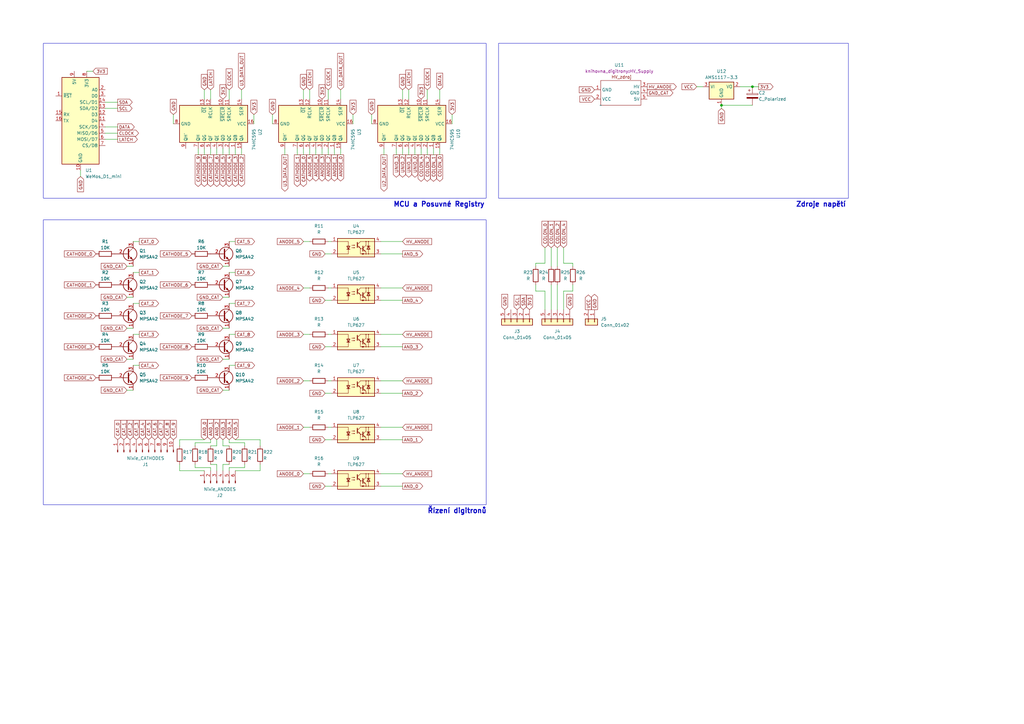
<source format=kicad_sch>
(kicad_sch (version 20230121) (generator eeschema)
  (paper "A3")
  (lib_symbols
    (symbol "74xx:74HC595"
      (property "Reference" "U" (at -7.62 13.97 0))
      (property "Value" "74HC595" (at -7.62 -16.51 0))
      (symbol "74HC595_1_0"
        (pin tri_state line (at 10.16 7.62 180) (length 2.54) (name "QB") (number "1"))
        (pin input line (at -10.16 2.54 0) (length 2.54) (name "~{SRCLR}") (number "10"))
        (pin input line (at -10.16 5.08 0) (length 2.54) (name "SRCLK") (number "11"))
        (pin input line (at -10.16 -2.54 0) (length 2.54) (name "RCLK") (number "12"))
        (pin input line (at -10.16 -5.08 0) (length 2.54) (name "~{OE}") (number "13"))
        (pin input line (at -10.16 10.16 0) (length 2.54) (name "SER") (number "14"))
        (pin tri_state line (at 10.16 10.16 180) (length 2.54) (name "QA") (number "15"))
        (pin power_in line (at 0 15.24 270) (length 2.54) (name "VCC") (number "16"))
        (pin tri_state line (at 10.16 5.08 180) (length 2.54) (name "QC") (number "2"))
        (pin tri_state line (at 10.16 2.54 180) (length 2.54) (name "QD") (number "3"))
        (pin tri_state line (at 10.16 0 180) (length 2.54) (name "QE") (number "4"))
        (pin tri_state line (at 10.16 -2.54 180) (length 2.54) (name "QF") (number "5"))
        (pin tri_state line (at 10.16 -5.08 180) (length 2.54) (name "QG") (number "6"))
        (pin tri_state line (at 10.16 -7.62 180) (length 2.54) (name "QH") (number "7"))
        (pin power_in line (at 0 -17.78 90) (length 2.54) (name "GND") (number "8"))
        (pin output line (at 10.16 -12.7 180) (length 2.54) (name "QH'") (number "9"))
      )
    )
    (symbol "Connector:Conn_01x06_Pin" (pin_names (offset 1.016) hide)
      (property "Reference" "J" (at 0 7.62 0))
      (property "Value" "Conn_01x06_Pin" (at 0 -10.16 0))
      (symbol "Conn_01x06_Pin_1_1"
        (pin passive line (at 5.08 5.08 180) (length 3.81) (name "Pin_1") (number "1"))
        (pin passive line (at 5.08 2.54 180) (length 3.81) (name "Pin_2") (number "2"))
        (pin passive line (at 5.08 0 180) (length 3.81) (name "Pin_3") (number "3"))
        (pin passive line (at 5.08 -2.54 180) (length 3.81) (name "Pin_4") (number "4"))
        (pin passive line (at 5.08 -5.08 180) (length 3.81) (name "Pin_5") (number "5"))
        (pin passive line (at 5.08 -7.62 180) (length 3.81) (name "Pin_6") (number "6"))
      )
    )
    (symbol "Connector:Conn_01x10_Pin" (pin_names (offset 1.016) hide)
      (property "Reference" "J" (at 0 12.7 0))
      (property "Value" "Conn_01x10_Pin" (at 0 -15.24 0))
      (symbol "Conn_01x10_Pin_1_1"
        (pin passive line (at 5.08 10.16 180) (length 3.81) (name "Pin_1") (number "1"))
        (pin passive line (at 5.08 -12.7 180) (length 3.81) (name "Pin_10") (number "10"))
        (pin passive line (at 5.08 7.62 180) (length 3.81) (name "Pin_2") (number "2"))
        (pin passive line (at 5.08 5.08 180) (length 3.81) (name "Pin_3") (number "3"))
        (pin passive line (at 5.08 2.54 180) (length 3.81) (name "Pin_4") (number "4"))
        (pin passive line (at 5.08 0 180) (length 3.81) (name "Pin_5") (number "5"))
        (pin passive line (at 5.08 -2.54 180) (length 3.81) (name "Pin_6") (number "6"))
        (pin passive line (at 5.08 -5.08 180) (length 3.81) (name "Pin_7") (number "7"))
        (pin passive line (at 5.08 -7.62 180) (length 3.81) (name "Pin_8") (number "8"))
        (pin passive line (at 5.08 -10.16 180) (length 3.81) (name "Pin_9") (number "9"))
      )
    )
    (symbol "Connector_Generic:Conn_01x02" (pin_names (offset 1.016) hide)
      (property "Reference" "J" (at 0 2.54 0))
      (property "Value" "Conn_01x02" (at 0 -5.08 0))
      (symbol "Conn_01x02_1_1"
        (pin passive line (at -5.08 0 0) (length 3.81) (name "Pin_1") (number "1"))
        (pin passive line (at -5.08 -2.54 0) (length 3.81) (name "Pin_2") (number "2"))
      )
    )
    (symbol "Connector_Generic:Conn_01x05" (pin_names (offset 1.016) hide)
      (property "Reference" "J" (at 0 7.62 0))
      (property "Value" "Conn_01x05" (at 0 -7.62 0))
      (symbol "Conn_01x05_1_1"
        (pin passive line (at -5.08 5.08 0) (length 3.81) (name "Pin_1") (number "1"))
        (pin passive line (at -5.08 2.54 0) (length 3.81) (name "Pin_2") (number "2"))
        (pin passive line (at -5.08 0 0) (length 3.81) (name "Pin_3") (number "3"))
        (pin passive line (at -5.08 -2.54 0) (length 3.81) (name "Pin_4") (number "4"))
        (pin passive line (at -5.08 -5.08 0) (length 3.81) (name "Pin_5") (number "5"))
      )
    )
    (symbol "Device:C_Polarized" (pin_numbers hide) (pin_names (offset 0.254))
      (property "Reference" "C" (at 0.635 2.54 0))
      (property "Value" "C_Polarized" (at 0.635 -2.54 0))
      (symbol "C_Polarized_1_1"
        (pin passive line (at 0 3.81 270) (length 2.794) (name "~") (number "1"))
        (pin passive line (at 0 -3.81 90) (length 2.794) (name "~") (number "2"))
      )
    )
    (symbol "Device:R" (pin_numbers hide) (pin_names (offset 0))
      (property "Reference" "R" (at 2.032 0 90))
      (property "Value" "R" (at 0 0 90))
      (symbol "R_1_1"
        (pin passive line (at 0 3.81 270) (length 1.27) (name "~") (number "1"))
        (pin passive line (at 0 -3.81 90) (length 1.27) (name "~") (number "2"))
      )
    )
    (symbol "Isolator:TLP627" (pin_names (offset 1.016))
      (property "Reference" "U" (at -7.62 5.08 0))
      (property "Value" "TLP627" (at 0 5.08 0))
      (symbol "TLP627_1_1"
        (pin passive line (at -10.16 2.54 0) (length 2.54) (name "~") (number "1"))
        (pin passive line (at -10.16 -2.54 0) (length 2.54) (name "~") (number "2"))
        (pin passive line (at 10.16 -2.54 180) (length 2.54) (name "~") (number "3"))
        (pin passive line (at 10.16 2.54 180) (length 2.54) (name "~") (number "4"))
      )
    )
    (symbol "MCU_Module:WeMos_D1_mini"
      (property "Reference" "U" (at 3.81 19.05 0))
      (property "Value" "WeMos_D1_mini" (at 1.27 -19.05 0))
      (symbol "WeMos_D1_mini_1_1"
        (pin input line (at -10.16 10.16 0) (length 2.54) (name "~{RST}") (number "1"))
        (pin power_in line (at 0 -20.32 90) (length 2.54) (name "GND") (number "10"))
        (pin bidirectional line (at 10.16 0 180) (length 2.54) (name "D4") (number "11"))
        (pin bidirectional line (at 10.16 2.54 180) (length 2.54) (name "D3") (number "12"))
        (pin bidirectional line (at 10.16 5.08 180) (length 2.54) (name "SDA/D2") (number "13"))
        (pin bidirectional line (at 10.16 7.62 180) (length 2.54) (name "SCL/D1") (number "14"))
        (pin input line (at -10.16 2.54 0) (length 2.54) (name "RX") (number "15"))
        (pin output line (at -10.16 0 0) (length 2.54) (name "TX") (number "16"))
        (pin input line (at 10.16 12.7 180) (length 2.54) (name "A0") (number "2"))
        (pin bidirectional line (at 10.16 10.16 180) (length 2.54) (name "D0") (number "3"))
        (pin bidirectional line (at 10.16 -2.54 180) (length 2.54) (name "SCK/D5") (number "4"))
        (pin bidirectional line (at 10.16 -5.08 180) (length 2.54) (name "MISO/D6") (number "5"))
        (pin bidirectional line (at 10.16 -7.62 180) (length 2.54) (name "MOSI/D7") (number "6"))
        (pin bidirectional line (at 10.16 -10.16 180) (length 2.54) (name "CS/D8") (number "7"))
        (pin power_out line (at 2.54 20.32 270) (length 2.54) (name "3V3") (number "8"))
        (pin power_in line (at -2.54 20.32 270) (length 2.54) (name "5V") (number "9"))
      )
    )
    (symbol "Regulator_Linear:AMS1117-3.3"
      (property "Reference" "U" (at -3.81 3.175 0))
      (property "Value" "AMS1117-3.3" (at 0 3.175 0))
      (symbol "AMS1117-3.3_1_1"
        (pin power_in line (at 0 -7.62 90) (length 2.54) (name "GND") (number "1"))
        (pin power_out line (at 7.62 0 180) (length 2.54) (name "VO") (number "2"))
        (pin power_in line (at -7.62 0 0) (length 2.54) (name "VI") (number "3"))
      )
    )
    (symbol "Transistor_BJT:MPSA42" (pin_names (offset 1.016) hide)
      (property "Reference" "Q" (at 5.08 1.905 0))
      (property "Value" "MPSA42" (at 5.08 0 0))
      (symbol "MPSA42_1_1"
        (pin passive line (at 2.54 -5.08 90) (length 2.54) (name "E") (number "1"))
        (pin input line (at -5.08 0 0) (length 5.08) (name "B") (number "2"))
        (pin passive line (at 2.54 5.08 270) (length 2.54) (name "C") (number "3"))
      )
    )
    (symbol "knihovna_digitrony:HV_zdroj"
      (property "Reference" "U" (at 8.4864 13.251 0))
      (property "Footprint" "knihovna_digitrony:HV_Supply" (at 8.89 15.24 0))
      (symbol "HV_zdroj_1_1"
        (text "HV_zdroj" (at 8.5267 11.5963 0) (effects (font (size 1.27 1.27))))
        (pin input line (at -2.54 6.35 0) (length 2.54) (name "GND") (number "1"))
        (pin bidirectional line (at -2.54 2.54 0) (length 2.54) (name "VCC") (number "2"))
        (pin output line (at 19.05 7.62 180) (length 2.54) (name "HV") (number "3"))
        (pin bidirectional line (at 19.05 5.08 180) (length 2.54) (name "GND") (number "4"))
        (pin output line (at 19.05 2.54 180) (length 2.54) (name "5V") (number "5"))
      )
    )
  )
  (junction (at 308.61 35.56))
  (junction (at 295.91 43.18))
  (wire (pts (xy 133.35 142.24) (xy 135.89 142.24)))
  (wire (pts (xy 100.33 191.77) (xy 100.33 190.5)))
  (wire (pts (xy 156.21 118.11) (xy 165.1 118.11)))
  (wire (pts (xy 52.07 109.22) (xy 54.61 109.22)))
  (wire (pts (xy 170.18 60.96) (xy 170.18 63.5)))
  (wire (pts (xy 167.64 60.96) (xy 167.64 63.5)))
  (wire (pts (xy 96.52 193.04) (xy 106.68 193.04)))
  (wire (pts (xy 156.21 123.19) (xy 165.1 123.19)))
  (wire (pts (xy 134.62 36.83) (xy 134.62 40.64)))
  (wire (pts (xy 54.61 149.86) (xy 57.15 149.86)))
  (wire (pts (xy 124.46 36.83) (xy 124.46 40.64)))
  (wire (pts (xy 295.91 43.18) (xy 308.61 43.18)))
  (wire (pts (xy 165.1 60.96) (xy 165.1 63.5)))
  (wire (pts (xy 91.44 190.5) (xy 91.44 193.04)))
  (wire (pts (xy 78.7226 142.24) (xy 78.74 142.24)))
  (wire (pts (xy 223.52 107.95) (xy 223.52 101.6)))
  (wire (pts (xy 43.18 52.07) (xy 48.26 52.07)))
  (wire (pts (xy 88.9 182.88) (xy 88.9 180.34)))
  (wire (pts (xy 231.14 107.95) (xy 231.14 101.6)))
  (wire (pts (xy 88.9 60.96) (xy 88.9 63.5)))
  (wire (pts (xy 86.36 182.88) (xy 88.9 182.88)))
  (wire (pts (xy 93.98 190.5) (xy 91.44 190.5)))
  (wire (pts (xy 308.61 35.56) (xy 303.53 35.56)))
  (wire (pts (xy 80.01 181.61) (xy 80.01 182.88)))
  (wire (pts (xy 156.21 142.24) (xy 165.1 142.24)))
  (wire (pts (xy 88.9 190.5) (xy 88.9 193.04)))
  (wire (pts (xy 52.07 121.92) (xy 54.61 121.92)))
  (wire (pts (xy 93.98 149.86) (xy 96.52 149.86)))
  (wire (pts (xy 124.46 137.16) (xy 127 137.16)))
  (wire (pts (xy 91.44 180.34) (xy 91.44 182.88)))
  (wire (pts (xy 134.62 194.31) (xy 135.89 194.31)))
  (wire (pts (xy 111.76 46.99) (xy 111.76 50.8)))
  (wire (pts (xy 81.28 60.96) (xy 81.28 63.5)))
  (wire (pts (xy 167.64 36.83) (xy 167.64 40.64)))
  (wire (pts (xy 52.07 147.32) (xy 54.61 147.32)))
  (wire (pts (xy 156.21 194.31) (xy 165.1 194.31)))
  (wire (pts (xy 91.44 182.88) (xy 93.98 182.88)))
  (wire (pts (xy 121.92 60.96) (xy 121.92 63.5)))
  (wire (pts (xy 86.36 60.96) (xy 86.36 63.5)))
  (wire (pts (xy 124.46 175.26) (xy 127 175.26)))
  (wire (pts (xy 124.46 156.21) (xy 127 156.21)))
  (wire (pts (xy 285.75 35.56) (xy 288.29 35.56)))
  (wire (pts (xy 234.95 107.95) (xy 234.95 109.22)))
  (wire (pts (xy 133.35 199.39) (xy 135.89 199.39)))
  (wire (pts (xy 93.98 124.46) (xy 96.52 124.46)))
  (wire (pts (xy 99.06 60.96) (xy 99.06 63.5)))
  (wire (pts (xy 91.44 134.62) (xy 93.98 134.62)))
  (wire (pts (xy 133.35 180.34) (xy 135.89 180.34)))
  (wire (pts (xy 124.46 60.96) (xy 124.46 63.5)))
  (wire (pts (xy 86.36 180.34) (xy 86.36 181.61)))
  (wire (pts (xy 134.62 156.21) (xy 135.89 156.21)))
  (wire (pts (xy 106.68 193.04) (xy 106.68 190.5)))
  (wire (pts (xy 43.18 54.61) (xy 48.26 54.61)))
  (wire (pts (xy 156.21 137.16) (xy 165.1 137.16)))
  (wire (pts (xy 139.7 36.83) (xy 139.7 40.64)))
  (wire (pts (xy 71.12 46.99) (xy 71.12 50.8)))
  (wire (pts (xy 134.62 137.16) (xy 135.89 137.16)))
  (wire (pts (xy 144.78 46.99) (xy 144.78 50.8)))
  (wire (pts (xy 43.18 44.45) (xy 48.26 44.45)))
  (wire (pts (xy 83.82 60.96) (xy 83.82 63.5)))
  (wire (pts (xy 52.07 134.62) (xy 54.61 134.62)))
  (wire (pts (xy 73.66 190.5) (xy 73.66 193.04)))
  (wire (pts (xy 134.62 175.26) (xy 135.89 175.26)))
  (wire (pts (xy 219.71 107.95) (xy 219.71 109.22)))
  (wire (pts (xy 152.4 46.99) (xy 152.4 50.8)))
  (wire (pts (xy 134.62 118.11) (xy 135.89 118.11)))
  (wire (pts (xy 54.61 124.46) (xy 57.15 124.46)))
  (wire (pts (xy 86.36 181.61) (xy 80.01 181.61)))
  (wire (pts (xy 73.66 193.04) (xy 83.82 193.04)))
  (wire (pts (xy 129.54 60.96) (xy 129.54 63.5)))
  (wire (pts (xy 91.44 147.32) (xy 93.98 147.32)))
  (wire (pts (xy 234.95 116.84) (xy 234.95 119.38)))
  (wire (pts (xy 127 36.83) (xy 127 40.64)))
  (wire (pts (xy 93.98 137.16) (xy 96.52 137.16)))
  (wire (pts (xy 180.34 36.83) (xy 180.34 40.64)))
  (wire (pts (xy 137.16 60.96) (xy 137.16 63.5)))
  (wire (pts (xy 91.44 109.22) (xy 93.98 109.22)))
  (wire (pts (xy 86.36 36.83) (xy 86.36 40.64)))
  (wire (pts (xy 223.52 119.38) (xy 223.52 127)))
  (wire (pts (xy 157.48 60.96) (xy 157.48 63.5)))
  (wire (pts (xy 54.61 111.76) (xy 57.15 111.76)))
  (wire (pts (xy 73.66 180.34) (xy 73.66 182.88)))
  (wire (pts (xy 228.6 101.6) (xy 228.6 109.22)))
  (wire (pts (xy 185.42 46.99) (xy 185.42 50.8)))
  (wire (pts (xy 311.15 35.56) (xy 308.61 35.56)))
  (wire (pts (xy 234.95 107.95) (xy 231.14 107.95)))
  (wire (pts (xy 48.26 41.91) (xy 43.18 41.91)))
  (wire (pts (xy 219.71 107.95) (xy 223.52 107.95)))
  (wire (pts (xy 93.98 111.76) (xy 96.52 111.76)))
  (wire (pts (xy 91.44 60.96) (xy 91.44 63.5)))
  (wire (pts (xy 226.06 116.84) (xy 226.06 127)))
  (wire (pts (xy 162.56 60.96) (xy 162.56 63.5)))
  (wire (pts (xy 156.21 104.14) (xy 165.1 104.14)))
  (wire (pts (xy 33.02 69.85) (xy 33.02 72.39)))
  (wire (pts (xy 234.95 119.38) (xy 231.14 119.38)))
  (wire (pts (xy 106.68 180.34) (xy 96.52 180.34)))
  (wire (pts (xy 180.34 60.96) (xy 180.34 63.5)))
  (wire (pts (xy 165.1 36.83) (xy 165.1 40.64)))
  (wire (pts (xy 156.21 161.29) (xy 165.1 161.29)))
  (wire (pts (xy 43.18 57.15) (xy 48.26 57.15)))
  (wire (pts (xy 78.7226 154.94) (xy 78.74 154.94)))
  (wire (pts (xy 156.21 175.26) (xy 165.1 175.26)))
  (wire (pts (xy 133.35 161.29) (xy 135.89 161.29)))
  (wire (pts (xy 80.01 191.77) (xy 86.36 191.77)))
  (wire (pts (xy 99.06 36.83) (xy 99.06 40.64)))
  (wire (pts (xy 177.8 60.96) (xy 177.8 63.5)))
  (wire (pts (xy 124.46 118.11) (xy 127 118.11)))
  (wire (pts (xy 35.56 29.21) (xy 38.1 29.21)))
  (wire (pts (xy 91.44 160.02) (xy 93.98 160.02)))
  (wire (pts (xy 132.08 60.96) (xy 132.08 63.5)))
  (wire (pts (xy 54.61 137.16) (xy 57.15 137.16)))
  (wire (pts (xy 93.98 36.83) (xy 93.98 40.64)))
  (wire (pts (xy 116.84 60.96) (xy 116.84 63.5)))
  (wire (pts (xy 134.62 99.06) (xy 135.89 99.06)))
  (wire (pts (xy 134.62 60.96) (xy 134.62 63.5)))
  (wire (pts (xy 78.7226 129.54) (xy 78.74 129.54)))
  (wire (pts (xy 133.35 104.14) (xy 135.89 104.14)))
  (wire (pts (xy 219.71 119.38) (xy 223.52 119.38)))
  (wire (pts (xy 100.33 181.61) (xy 100.33 182.88)))
  (wire (pts (xy 175.26 60.96) (xy 175.26 63.5)))
  (wire (pts (xy 175.26 36.83) (xy 175.26 40.64)))
  (wire (pts (xy 172.72 60.96) (xy 172.72 63.5)))
  (wire (pts (xy 226.06 101.6) (xy 226.06 109.22)))
  (wire (pts (xy 295.91 43.18) (xy 295.91 44.45)))
  (wire (pts (xy 104.14 46.99) (xy 104.14 50.8)))
  (wire (pts (xy 106.68 182.88) (xy 106.68 180.34)))
  (wire (pts (xy 93.98 181.61) (xy 100.33 181.61)))
  (wire (pts (xy 156.21 156.21) (xy 165.1 156.21)))
  (wire (pts (xy 124.46 194.31) (xy 127 194.31)))
  (wire (pts (xy 127 60.96) (xy 127 63.5)))
  (wire (pts (xy 78.7226 116.84) (xy 78.74 116.84)))
  (wire (pts (xy 80.01 191.77) (xy 80.01 190.5)))
  (wire (pts (xy 86.36 191.77) (xy 86.36 193.04)))
  (wire (pts (xy 83.82 36.83) (xy 83.82 40.64)))
  (wire (pts (xy 139.7 60.96) (xy 139.7 63.5)))
  (wire (pts (xy 231.14 119.38) (xy 231.14 127)))
  (wire (pts (xy 52.07 160.02) (xy 54.61 160.02)))
  (wire (pts (xy 156.21 199.39) (xy 165.1 199.39)))
  (wire (pts (xy 133.35 123.19) (xy 135.89 123.19)))
  (wire (pts (xy 93.98 191.77) (xy 100.33 191.77)))
  (wire (pts (xy 124.46 99.06) (xy 127 99.06)))
  (wire (pts (xy 96.52 60.96) (xy 96.52 63.5)))
  (wire (pts (xy 93.98 99.06) (xy 96.52 99.06)))
  (wire (pts (xy 228.6 116.84) (xy 228.6 127)))
  (wire (pts (xy 93.98 180.34) (xy 93.98 181.61)))
  (wire (pts (xy 91.44 121.92) (xy 93.98 121.92)))
  (wire (pts (xy 54.61 99.06) (xy 57.15 99.06)))
  (wire (pts (xy 219.71 116.84) (xy 219.71 119.38)))
  (wire (pts (xy 156.21 99.06) (xy 165.1 99.06)))
  (wire (pts (xy 93.98 60.96) (xy 93.98 63.5)))
  (wire (pts (xy 156.21 180.34) (xy 165.1 180.34)))
  (wire (pts (xy 83.82 180.34) (xy 73.66 180.34)))
  (wire (pts (xy 93.98 193.04) (xy 93.98 191.77)))
  (wire (pts (xy 86.36 190.5) (xy 88.9 190.5)))
  (rectangle (start 204.47 17.78) (end 347.98 81.28))
  (rectangle (start 17.78 17.78) (end 199.39 81.28))
  (rectangle (start 17.78 90.17) (end 199.39 207.01))
  (text "Zdroje napětí\n" (at 326.39 85.09 0) (effects (font (size 2 2) (thickness 0.4) bold) (justify left bottom)))
  (text "Řízení digitronů" (at 175.26 210.82 0) (effects (font (size 2 2) (thickness 0.4) bold) (justify left bottom)))
  (text "MCU a Posuvné Registry" (at 161.29 85.09 0) (effects (font (size 2 2) (thickness 0.4) bold) (justify left bottom)))
  (global_label "GND" (shape input) (at 133.35 123.19 180) (property "Intersheetrefs" "${INTERSHEET_REFS}" (effects hide)))
  (global_label "GND_CAT" (shape input) (at 52.07 134.62 180) (property "Intersheetrefs" "${INTERSHEET_REFS}" (effects hide)))
  (global_label "AND_3" (shape output) (at 165.1 142.24 0) (property "Intersheetrefs" "${INTERSHEET_REFS}" (effects hide)))
  (global_label "AND_4" (shape output) (at 165.1 123.19 0) (property "Intersheetrefs" "${INTERSHEET_REFS}" (effects hide)))
  (global_label "ANODE_3" (shape input) (at 124.46 137.16 180) (property "Intersheetrefs" "${INTERSHEET_REFS}" (effects hide)))
  (global_label "AND_4" (shape input) (at 93.98 180.34 90) (property "Intersheetrefs" "${INTERSHEET_REFS}" (effects hide)))
  (global_label "SDA" (shape output) (at 48.26 41.91 0) (property "Intersheetrefs" "${INTERSHEET_REFS}" (effects hide)))
  (global_label "3V3" (shape input) (at 132.08 40.64 90) (property "Intersheetrefs" "${INTERSHEET_REFS}" (effects hide)))
  (global_label "CLOCK" (shape input) (at 134.62 36.83 90) (property "Intersheetrefs" "${INTERSHEET_REFS}" (effects hide)))
  (global_label "CAT_7" (shape output) (at 96.52 124.46 0) (property "Intersheetrefs" "${INTERSHEET_REFS}" (effects hide)))
  (global_label "CATHODE_3" (shape output) (at 96.52 63.5 270) (property "Intersheetrefs" "${INTERSHEET_REFS}" (effects hide)))
  (global_label "VCC" (shape input) (at 243.84 40.64 180) (property "Intersheetrefs" "${INTERSHEET_REFS}" (effects hide)))
  (global_label "3V3" (shape input) (at 185.42 46.99 90) (property "Intersheetrefs" "${INTERSHEET_REFS}" (effects hide)))
  (global_label "ANODE_1" (shape output) (at 137.16 63.5 270) (property "Intersheetrefs" "${INTERSHEET_REFS}" (effects hide)))
  (global_label "CAT_3" (shape output) (at 57.15 137.16 0) (property "Intersheetrefs" "${INTERSHEET_REFS}" (effects hide)))
  (global_label "CAT_9" (shape input) (at 71.12 180.34 90) (property "Intersheetrefs" "${INTERSHEET_REFS}" (effects hide)))
  (global_label "GND" (shape input) (at 71.12 46.99 90) (property "Intersheetrefs" "${INTERSHEET_REFS}" (effects hide)))
  (global_label "GND_CAT" (shape input) (at 91.44 134.62 180) (property "Intersheetrefs" "${INTERSHEET_REFS}" (effects hide)))
  (global_label "GND_CAT" (shape input) (at 52.07 160.02 180) (property "Intersheetrefs" "${INTERSHEET_REFS}" (effects hide)))
  (global_label "CAT_9" (shape output) (at 96.52 149.86 0) (property "Intersheetrefs" "${INTERSHEET_REFS}" (effects hide)))
  (global_label "CATHODE_4" (shape output) (at 93.98 63.5 270) (property "Intersheetrefs" "${INTERSHEET_REFS}" (effects hide)))
  (global_label "3V3" (shape input) (at 91.44 40.64 90) (property "Intersheetrefs" "${INTERSHEET_REFS}" (effects hide)))
  (global_label "UNIO_3" (shape output) (at 162.56 63.5 270) (property "Intersheetrefs" "${INTERSHEET_REFS}" (effects hide)))
  (global_label "HV_ANODE" (shape input) (at 165.1 175.26 0) (property "Intersheetrefs" "${INTERSHEET_REFS}" (effects hide)))
  (global_label "CATHODE_1" (shape input) (at 39.37 116.84 180) (property "Intersheetrefs" "${INTERSHEET_REFS}" (effects hide)))
  (global_label "CATHODE_0" (shape output) (at 124.46 63.5 270) (property "Intersheetrefs" "${INTERSHEET_REFS}" (effects hide)))
  (global_label "3V3" (shape output) (at 311.15 35.56 0) (property "Intersheetrefs" "${INTERSHEET_REFS}" (effects hide)))
  (global_label "CAT_0" (shape input) (at 48.26 180.34 90) (property "Intersheetrefs" "${INTERSHEET_REFS}" (effects hide)))
  (global_label "AND_2" (shape output) (at 165.1 161.29 0) (property "Intersheetrefs" "${INTERSHEET_REFS}" (effects hide)))
  (global_label "COLON_0" (shape output) (at 180.34 63.5 270) (property "Intersheetrefs" "${INTERSHEET_REFS}" (effects hide)))
  (global_label "AND_5" (shape output) (at 165.1 104.14 0) (property "Intersheetrefs" "${INTERSHEET_REFS}" (effects hide)))
  (global_label "CATHODE_3" (shape input) (at 39.37 142.24 180) (property "Intersheetrefs" "${INTERSHEET_REFS}" (effects hide)))
  (global_label "HV_ANODE" (shape input) (at 165.1 137.16 0) (property "Intersheetrefs" "${INTERSHEET_REFS}" (effects hide)))
  (global_label "HV_ANODE" (shape input) (at 165.1 194.31 0) (property "Intersheetrefs" "${INTERSHEET_REFS}" (effects hide)))
  (global_label "U3_DATA_OUT" (shape output) (at 116.84 63.5 270) (property "Intersheetrefs" "${INTERSHEET_REFS}" (effects hide)))
  (global_label "GND" (shape input) (at 133.35 104.14 180) (property "Intersheetrefs" "${INTERSHEET_REFS}" (effects hide)))
  (global_label "CATHODE_5" (shape input) (at 78.74 104.14 180) (property "Intersheetrefs" "${INTERSHEET_REFS}" (effects hide)))
  (global_label "GND" (shape output) (at 243.84 127 90) (property "Intersheetrefs" "${INTERSHEET_REFS}" (effects hide)))
  (global_label "GND" (shape input) (at 33.02 72.39 270) (property "Intersheetrefs" "${INTERSHEET_REFS}" (effects hide)))
  (global_label "UNIO_2" (shape output) (at 165.1 63.5 270) (property "Intersheetrefs" "${INTERSHEET_REFS}" (effects hide)))
  (global_label "HV_ANODE" (shape input) (at 165.1 156.21 0) (property "Intersheetrefs" "${INTERSHEET_REFS}" (effects hide)))
  (global_label "CAT_5" (shape input) (at 60.96 180.34 90) (property "Intersheetrefs" "${INTERSHEET_REFS}" (effects hide)))
  (global_label "SCL" (shape output) (at 48.26 44.45 0) (property "Intersheetrefs" "${INTERSHEET_REFS}" (effects hide)))
  (global_label "AND_5" (shape input) (at 96.52 180.34 90) (property "Intersheetrefs" "${INTERSHEET_REFS}" (effects hide)))
  (global_label "COLON_4" (shape input) (at 231.14 101.6 90) (property "Intersheetrefs" "${INTERSHEET_REFS}" (effects hide)))
  (global_label "AND_0" (shape input) (at 83.82 180.34 90) (property "Intersheetrefs" "${INTERSHEET_REFS}" (effects hide)))
  (global_label "GND" (shape input) (at 243.84 36.83 180) (property "Intersheetrefs" "${INTERSHEET_REFS}" (effects hide)))
  (global_label "ANODE_2" (shape input) (at 124.46 156.21 180) (property "Intersheetrefs" "${INTERSHEET_REFS}" (effects hide)))
  (global_label "ANODE_3" (shape output) (at 132.08 63.5 270) (property "Intersheetrefs" "${INTERSHEET_REFS}" (effects hide)))
  (global_label "GND" (shape input) (at 111.76 46.99 90) (property "Intersheetrefs" "${INTERSHEET_REFS}" (effects hide)))
  (global_label "GND" (shape input) (at 165.1 36.83 90) (property "Intersheetrefs" "${INTERSHEET_REFS}" (effects hide)))
  (global_label "CAT_5" (shape output) (at 96.52 99.06 0) (property "Intersheetrefs" "${INTERSHEET_REFS}" (effects hide)))
  (global_label "ANODE_4" (shape output) (at 129.54 63.5 270) (property "Intersheetrefs" "${INTERSHEET_REFS}" (effects hide)))
  (global_label "GND" (shape input) (at 133.35 161.29 180) (property "Intersheetrefs" "${INTERSHEET_REFS}" (effects hide)))
  (global_label "CATHODE_2" (shape input) (at 39.37 129.54 180) (property "Intersheetrefs" "${INTERSHEET_REFS}" (effects hide)))
  (global_label "LATCH" (shape input) (at 86.36 36.83 90) (property "Intersheetrefs" "${INTERSHEET_REFS}" (effects hide)))
  (global_label "COLON_2" (shape output) (at 175.26 63.5 270) (property "Intersheetrefs" "${INTERSHEET_REFS}" (effects hide)))
  (global_label "3V3" (shape input) (at 144.78 46.99 90) (property "Intersheetrefs" "${INTERSHEET_REFS}" (effects hide)))
  (global_label "GND" (shape input) (at 152.4 46.99 90) (property "Intersheetrefs" "${INTERSHEET_REFS}" (effects hide)))
  (global_label "UNIO_1" (shape output) (at 167.64 63.5 270) (property "Intersheetrefs" "${INTERSHEET_REFS}" (effects hide)))
  (global_label "CATHODE_5" (shape output) (at 91.44 63.5 270) (property "Intersheetrefs" "${INTERSHEET_REFS}" (effects hide)))
  (global_label "CAT_4" (shape input) (at 58.42 180.34 90) (property "Intersheetrefs" "${INTERSHEET_REFS}" (effects hide)))
  (global_label "CATHODE_0" (shape input) (at 39.37 104.14 180) (property "Intersheetrefs" "${INTERSHEET_REFS}" (effects hide)))
  (global_label "CLOCK" (shape input) (at 175.26 36.83 90) (property "Intersheetrefs" "${INTERSHEET_REFS}" (effects hide)))
  (global_label "LATCH" (shape input) (at 127 36.83 90) (property "Intersheetrefs" "${INTERSHEET_REFS}" (effects hide)))
  (global_label "CAT_0" (shape output) (at 57.15 99.06 0) (property "Intersheetrefs" "${INTERSHEET_REFS}" (effects hide)))
  (global_label "AND_1" (shape output) (at 165.1 180.34 0) (property "Intersheetrefs" "${INTERSHEET_REFS}" (effects hide)))
  (global_label "CAT_6" (shape input) (at 63.5 180.34 90) (property "Intersheetrefs" "${INTERSHEET_REFS}" (effects hide)))
  (global_label "ANODE_2" (shape output) (at 134.62 63.5 270) (property "Intersheetrefs" "${INTERSHEET_REFS}" (effects hide)))
  (global_label "CAT_3" (shape input) (at 55.88 180.34 90) (property "Intersheetrefs" "${INTERSHEET_REFS}" (effects hide)))
  (global_label "CATHODE_4" (shape input) (at 39.37 154.94 180) (property "Intersheetrefs" "${INTERSHEET_REFS}" (effects hide)))
  (global_label "CATHODE_8" (shape input) (at 78.7226 142.24 180) (property "Intersheetrefs" "${INTERSHEET_REFS}" (effects hide)))
  (global_label "GND_CAT" (shape input) (at 52.07 109.22 180) (property "Intersheetrefs" "${INTERSHEET_REFS}" (effects hide)))
  (global_label "GND" (shape input) (at 133.35 180.34 180) (property "Intersheetrefs" "${INTERSHEET_REFS}" (effects hide)))
  (global_label "COLON_1" (shape input) (at 226.06 101.6 90) (property "Intersheetrefs" "${INTERSHEET_REFS}" (effects hide)))
  (global_label "AND_3" (shape input) (at 91.44 180.34 90) (property "Intersheetrefs" "${INTERSHEET_REFS}" (effects hide)))
  (global_label "CATHODE_6" (shape output) (at 88.9 63.5 270) (property "Intersheetrefs" "${INTERSHEET_REFS}" (effects hide)))
  (global_label "GND" (shape input) (at 124.46 36.83 90) (property "Intersheetrefs" "${INTERSHEET_REFS}" (effects hide)))
  (global_label "ANODE_5" (shape input) (at 124.46 99.06 180) (property "Intersheetrefs" "${INTERSHEET_REFS}" (effects hide)))
  (global_label "GND_CAT" (shape input) (at 91.44 147.32 180) (property "Intersheetrefs" "${INTERSHEET_REFS}" (effects hide)))
  (global_label "VCC" (shape output) (at 241.3 127 90) (property "Intersheetrefs" "${INTERSHEET_REFS}" (effects hide)))
  (global_label "ANODE_1" (shape input) (at 124.46 175.26 180) (property "Intersheetrefs" "${INTERSHEET_REFS}" (effects hide)))
  (global_label "3V3" (shape input) (at 217.17 127 90) (property "Intersheetrefs" "${INTERSHEET_REFS}" (effects hide)))
  (global_label "UNIO_0" (shape output) (at 170.18 63.5 270) (property "Intersheetrefs" "${INTERSHEET_REFS}" (effects hide)))
  (global_label "AND_2" (shape input) (at 88.9 180.34 90) (property "Intersheetrefs" "${INTERSHEET_REFS}" (effects hide)))
  (global_label "CAT_2" (shape output) (at 57.15 124.46 0) (property "Intersheetrefs" "${INTERSHEET_REFS}" (effects hide)))
  (global_label "SDA" (shape input) (at 214.63 127 90) (property "Intersheetrefs" "${INTERSHEET_REFS}" (effects hide)))
  (global_label "CAT_6" (shape output) (at 96.52 111.76 0) (property "Intersheetrefs" "${INTERSHEET_REFS}" (effects hide)))
  (global_label "CATHODE_6" (shape input) (at 78.7226 116.84 180) (property "Intersheetrefs" "${INTERSHEET_REFS}" (effects hide)))
  (global_label "DATA" (shape output) (at 48.26 52.07 0) (property "Intersheetrefs" "${INTERSHEET_REFS}" (effects hide)))
  (global_label "GND_CAT" (shape input) (at 52.07 147.32 180) (property "Intersheetrefs" "${INTERSHEET_REFS}" (effects hide)))
  (global_label "CATHODE_2" (shape output) (at 99.06 63.5 270) (property "Intersheetrefs" "${INTERSHEET_REFS}" (effects hide)))
  (global_label "GND_CAT" (shape input) (at 91.44 160.02 180) (property "Intersheetrefs" "${INTERSHEET_REFS}" (effects hide)))
  (global_label "GND_CAT" (shape input) (at 91.44 121.92 180) (property "Intersheetrefs" "${INTERSHEET_REFS}" (effects hide)))
  (global_label "CAT_7" (shape input) (at 66.04 180.34 90) (property "Intersheetrefs" "${INTERSHEET_REFS}" (effects hide)))
  (global_label "GND" (shape input) (at 83.82 36.83 90) (property "Intersheetrefs" "${INTERSHEET_REFS}" (effects hide)))
  (global_label "GND" (shape input) (at 133.35 199.39 180) (property "Intersheetrefs" "${INTERSHEET_REFS}" (effects hide)))
  (global_label "3V3" (shape input) (at 38.1 29.21 0) (property "Intersheetrefs" "${INTERSHEET_REFS}" (effects hide)))
  (global_label "CATHODE_7" (shape input) (at 78.7226 129.54 180) (property "Intersheetrefs" "${INTERSHEET_REFS}" (effects hide)))
  (global_label "CATHODE_9" (shape input) (at 78.7226 154.94 180) (property "Intersheetrefs" "${INTERSHEET_REFS}" (effects hide)))
  (global_label "ANODE_0" (shape output) (at 139.7 63.5 270) (property "Intersheetrefs" "${INTERSHEET_REFS}" (effects hide)))
  (global_label "AND_0" (shape output) (at 165.1 199.39 0) (property "Intersheetrefs" "${INTERSHEET_REFS}" (effects hide)))
  (global_label "VCC" (shape input) (at 285.75 35.56 180) (property "Intersheetrefs" "${INTERSHEET_REFS}" (effects hide)))
  (global_label "CAT_1" (shape input) (at 50.8 180.34 90) (property "Intersheetrefs" "${INTERSHEET_REFS}" (effects hide)))
  (global_label "GND" (shape input) (at 133.35 142.24 180) (property "Intersheetrefs" "${INTERSHEET_REFS}" (effects hide)))
  (global_label "CATHODE_7" (shape output) (at 86.36 63.5 270) (property "Intersheetrefs" "${INTERSHEET_REFS}" (effects hide)))
  (global_label "CLOCK" (shape input) (at 93.98 36.83 90) (property "Intersheetrefs" "${INTERSHEET_REFS}" (effects hide)))
  (global_label "CAT_1" (shape output) (at 57.15 111.76 0) (property "Intersheetrefs" "${INTERSHEET_REFS}" (effects hide)))
  (global_label "AND_1" (shape input) (at 86.36 180.34 90) (property "Intersheetrefs" "${INTERSHEET_REFS}" (effects hide)))
  (global_label "GND_CAT" (shape output) (at 265.43 38.1 0) (property "Intersheetrefs" "${INTERSHEET_REFS}" (effects hide)))
  (global_label "COLON_2" (shape input) (at 228.6 101.6 90) (property "Intersheetrefs" "${INTERSHEET_REFS}" (effects hide)))
  (global_label "GND_CAT" (shape input) (at 91.44 109.22 180) (property "Intersheetrefs" "${INTERSHEET_REFS}" (effects hide)))
  (global_label "ANODE_0" (shape input) (at 124.46 194.31 180) (property "Intersheetrefs" "${INTERSHEET_REFS}" (effects hide)))
  (global_label "HV_ANODE" (shape input) (at 165.1 99.06 0) (property "Intersheetrefs" "${INTERSHEET_REFS}" (effects hide)))
  (global_label "CATHODE_9" (shape output) (at 81.28 63.5 270) (property "Intersheetrefs" "${INTERSHEET_REFS}" (effects hide)))
  (global_label "3V3" (shape input) (at 104.14 46.99 90) (property "Intersheetrefs" "${INTERSHEET_REFS}" (effects hide)))
  (global_label "SCL" (shape input) (at 212.09 127 90) (property "Intersheetrefs" "${INTERSHEET_REFS}" (effects hide)))
  (global_label "U2_DATA_OUT" (shape input) (at 139.7 36.83 90) (property "Intersheetrefs" "${INTERSHEET_REFS}" (effects hide)))
  (global_label "U3_DATA_OUT" (shape input) (at 99.06 36.83 90) (property "Intersheetrefs" "${INTERSHEET_REFS}" (effects hide)))
  (global_label "COLON_0" (shape input) (at 223.52 101.6 90) (property "Intersheetrefs" "${INTERSHEET_REFS}" (effects hide)))
  (global_label "ANODE_5" (shape output) (at 127 63.5 270) (property "Intersheetrefs" "${INTERSHEET_REFS}" (effects hide)))
  (global_label "COLON_4" (shape output) (at 172.72 63.5 270) (property "Intersheetrefs" "${INTERSHEET_REFS}" (effects hide)))
  (global_label "HV_ANODE" (shape output) (at 265.43 35.56 0) (property "Intersheetrefs" "${INTERSHEET_REFS}" (effects hide)))
  (global_label "CAT_4" (shape output) (at 57.15 149.86 0) (property "Intersheetrefs" "${INTERSHEET_REFS}" (effects hide)))
  (global_label "CATHODE_8" (shape output) (at 83.82 63.5 270) (property "Intersheetrefs" "${INTERSHEET_REFS}" (effects hide)))
  (global_label "CAT_2" (shape input) (at 53.34 180.34 90) (property "Intersheetrefs" "${INTERSHEET_REFS}" (effects hide)))
  (global_label "HV_ANODE" (shape input) (at 165.1 118.11 0) (property "Intersheetrefs" "${INTERSHEET_REFS}" (effects hide)))
  (global_label "3V3" (shape input) (at 172.72 40.64 90) (property "Intersheetrefs" "${INTERSHEET_REFS}" (effects hide)))
  (global_label "GND_CAT" (shape input) (at 52.07 121.92 180) (property "Intersheetrefs" "${INTERSHEET_REFS}" (effects hide)))
  (global_label "U2_DATA_OUT" (shape output) (at 157.48 63.5 270) (property "Intersheetrefs" "${INTERSHEET_REFS}" (effects hide)))
  (global_label "DATA" (shape input) (at 180.34 36.83 90) (property "Intersheetrefs" "${INTERSHEET_REFS}" (effects hide)))
  (global_label "GND" (shape input) (at 295.91 44.45 270) (property "Intersheetrefs" "${INTERSHEET_REFS}" (effects hide)))
  (global_label "CATHODE_1" (shape output) (at 121.92 63.5 270) (property "Intersheetrefs" "${INTERSHEET_REFS}" (effects hide)))
  (global_label "CAT_8" (shape output) (at 96.52 137.16 0) (property "Intersheetrefs" "${INTERSHEET_REFS}" (effects hide)))
  (global_label "LATCH" (shape output) (at 48.26 57.15 0) (property "Intersheetrefs" "${INTERSHEET_REFS}" (effects hide)))
  (global_label "COLON_1" (shape output) (at 177.8 63.5 270) (property "Intersheetrefs" "${INTERSHEET_REFS}" (effects hide)))
  (global_label "ANODE_4" (shape input) (at 124.46 118.11 180) (property "Intersheetrefs" "${INTERSHEET_REFS}" (effects hide)))
  (global_label "CAT_8" (shape input) (at 68.58 180.34 90) (property "Intersheetrefs" "${INTERSHEET_REFS}" (effects hide)))
  (global_label "CLOCK" (shape output) (at 48.26 54.61 0) (property "Intersheetrefs" "${INTERSHEET_REFS}" (effects hide)))
  (global_label "GND" (shape input) (at 207.01 127 90) (property "Intersheetrefs" "${INTERSHEET_REFS}" (effects hide)))
  (global_label "LATCH" (shape input) (at 167.64 36.83 90) (property "Intersheetrefs" "${INTERSHEET_REFS}" (effects hide)))
  (global_label "GND" (shape input) (at 233.68 127 90) (property "Intersheetrefs" "${INTERSHEET_REFS}" (effects hide)))
  (symbol (lib_id "Device:R") (at 82.55 116.84 270) (unit 1)
    (property "Reference" "R7" (at 82.55 111.76 90))
    (property "Value" "10K" (at 82.55 114.3 90))
    (property "Footprint" "Resistor_THT:R_Axial_DIN0204_L3.6mm_D1.6mm_P7.62mm_Horizontal" (effects hide))
  )
  (symbol (lib_id "Device:R") (at 106.68 186.69 0) (unit 1)
    (property "Reference" "R22" (at 107.95 185.42 0) (effects (justify left)))
    (property "Value" "R" (at 107.95 187.96 0) (effects (justify left)))
    (property "Footprint" "Resistor_THT:R_Axial_DIN0204_L3.6mm_D1.6mm_P7.62mm_Horizontal" (effects hide))
  )
  (symbol (lib_id "Device:R") (at 228.6 113.03 0) (unit 1)
    (property "Reference" "R25" (at 229.87 111.76 0) (effects (justify left)))
    (property "Value" "R" (at 231.14 114.3 0) (effects (justify left)))
    (property "Footprint" "Resistor_THT:R_Axial_DIN0204_L3.6mm_D1.6mm_P7.62mm_Horizontal" (effects hide))
  )
  (symbol (lib_id "Device:R") (at 100.33 186.69 0) (unit 1)
    (property "Reference" "R21" (at 101.6 185.42 0) (effects (justify left)))
    (property "Value" "R" (at 101.6 187.96 0) (effects (justify left)))
    (property "Footprint" "Resistor_THT:R_Axial_DIN0204_L3.6mm_D1.6mm_P7.62mm_Horizontal" (effects hide))
  )
  (symbol (lib_id "Device:R") (at 43.18 116.84 270) (unit 1)
    (property "Reference" "R2" (at 43.18 111.76 90))
    (property "Value" "10K" (at 43.18 114.3 90))
    (property "Footprint" "Resistor_THT:R_Axial_DIN0204_L3.6mm_D1.6mm_P7.62mm_Horizontal" (effects hide))
  )
  (symbol (lib_id "Transistor_BJT:MPSA42") (at 91.44 116.84 0) (unit 1)
    (property "Reference" "Q7" (at 96.52 115.5699 0) (effects (justify left)))
    (property "Value" "MPSA42" (at 96.52 118.1099 0) (effects (justify left)))
    (property "Footprint" "Package_TO_SOT_THT:TO-92_Inline" (effects hide))
    (property "Datasheet" "http://www.onsemi.com/pub_link/Collateral/MPSA42-D.PDF" (effects hide))
  )
  (symbol (lib_id "74xx:74HC595") (at 170.18 50.8 270) (unit 1)
    (property "Reference" "U10" (at 187.96 52.8194 0) (effects (justify left)))
    (property "Value" "74HC595" (at 185.42 52.8194 0) (effects (justify left)))
    (property "Footprint" "Package_DIP:DIP-16_W7.62mm" (effects hide))
    (property "Datasheet" "http://www.ti.com/lit/ds/symlink/sn74hc595.pdf" (effects hide))
  )
  (symbol (lib_id "Regulator_Linear:AMS1117-3.3") (at 295.91 35.56 0) (unit 1)
    (property "Reference" "U12" (at 295.91 29.21 0))
    (property "Value" "AMS1117-3.3" (at 295.91 31.75 0))
    (property "Footprint" "Package_TO_SOT_SMD:SOT-223-3_TabPin2" (effects hide))
    (property "Datasheet" "http://www.advanced-monolithic.com/pdf/ds1117.pdf" (effects hide))
  )
  (symbol (lib_id "Transistor_BJT:MPSA42") (at 91.44 154.94 0) (unit 1)
    (property "Reference" "Q10" (at 96.52 153.6699 0) (effects (justify left)))
    (property "Value" "MPSA42" (at 96.52 156.2099 0) (effects (justify left)))
    (property "Footprint" "Package_TO_SOT_THT:TO-92_Inline" (effects hide))
    (property "Datasheet" "http://www.onsemi.com/pub_link/Collateral/MPSA42-D.PDF" (effects hide))
  )
  (symbol (lib_id "Device:R") (at 80.01 186.69 0) (unit 1)
    (property "Reference" "R18" (at 81.28 185.42 0) (effects (justify left)))
    (property "Value" "R" (at 81.28 187.96 0) (effects (justify left)))
    (property "Footprint" "Resistor_THT:R_Axial_DIN0204_L3.6mm_D1.6mm_P7.62mm_Horizontal" (effects hide))
  )
  (symbol (lib_id "knihovna_digitrony:HV_zdroj") (at 246.38 43.18 0) (unit 1)
    (property "Reference" "U11" (at 254 26.67 0))
    (property "Value" "~" (at 246.38 43.18 0))
    (property "Footprint" "knihovna_digitrony:HV_Supply" (at 254 29.21 0))
  )
  (symbol (lib_id "Device:R") (at 82.55 129.54 270) (unit 1)
    (property "Reference" "R8" (at 82.55 124.46 90))
    (property "Value" "10K" (at 82.55 127 90))
    (property "Footprint" "Resistor_THT:R_Axial_DIN0204_L3.6mm_D1.6mm_P7.62mm_Horizontal" (effects hide))
  )
  (symbol (lib_id "Isolator:TLP627") (at 146.05 139.7 0) (unit 1)
    (property "Reference" "U6" (at 146.05 130.81 0))
    (property "Value" "TLP627" (at 146.05 133.35 0))
    (property "Footprint" "Package_DIP:DIP-4_W7.62mm" (effects hide))
    (property "Datasheet" "https://toshiba.semicon-storage.com/info/docget.jsp?did=16914&prodName=TLP627" (effects hide))
  )
  (symbol (lib_id "Device:R") (at 82.55 154.94 270) (unit 1)
    (property "Reference" "R10" (at 82.55 149.86 90))
    (property "Value" "10K" (at 82.55 152.4 90))
    (property "Footprint" "Resistor_THT:R_Axial_DIN0204_L3.6mm_D1.6mm_P7.62mm_Horizontal" (effects hide))
  )
  (symbol (lib_id "Transistor_BJT:MPSA42") (at 52.07 154.94 0) (unit 1)
    (property "Reference" "Q5" (at 57.15 153.6699 0) (effects (justify left)))
    (property "Value" "MPSA42" (at 57.15 156.2099 0) (effects (justify left)))
    (property "Footprint" "Package_TO_SOT_THT:TO-92_Inline" (effects hide))
    (property "Datasheet" "http://www.onsemi.com/pub_link/Collateral/MPSA42-D.PDF" (effects hide))
  )
  (symbol (lib_id "Transistor_BJT:MPSA42") (at 52.07 116.84 0) (unit 1)
    (property "Reference" "Q2" (at 57.15 115.5699 0) (effects (justify left)))
    (property "Value" "MPSA42" (at 57.15 118.1099 0) (effects (justify left)))
    (property "Footprint" "Package_TO_SOT_THT:TO-92_Inline" (effects hide))
    (property "Datasheet" "http://www.onsemi.com/pub_link/Collateral/MPSA42-D.PDF" (effects hide))
  )
  (symbol (lib_id "Transistor_BJT:MPSA42") (at 52.07 129.54 0) (unit 1)
    (property "Reference" "Q3" (at 57.15 128.2699 0) (effects (justify left)))
    (property "Value" "MPSA42" (at 57.15 130.8099 0) (effects (justify left)))
    (property "Footprint" "Package_TO_SOT_THT:TO-92_Inline" (effects hide))
    (property "Datasheet" "http://www.onsemi.com/pub_link/Collateral/MPSA42-D.PDF" (effects hide))
  )
  (symbol (lib_id "74xx:74HC595") (at 129.54 50.8 270) (unit 1)
    (property "Reference" "U3" (at 147.32 52.8194 0) (effects (justify left)))
    (property "Value" "74HC595" (at 144.78 52.8194 0) (effects (justify left)))
    (property "Footprint" "Package_DIP:DIP-16_W7.62mm" (effects hide))
    (property "Datasheet" "http://www.ti.com/lit/ds/symlink/sn74hc595.pdf" (effects hide))
  )
  (symbol (lib_id "MCU_Module:WeMos_D1_mini") (at 33.02 49.53 0) (unit 1)
    (property "Reference" "U1" (at 35.0394 69.85 0) (effects (justify left)))
    (property "Value" "WeMos_D1_mini" (at 35.0394 72.39 0) (effects (justify left)))
    (property "Footprint" "Module:WEMOS_D1_mini_light" (effects hide))
    (property "Datasheet" "https://wiki.wemos.cc/products:d1:d1_mini#documentation" (effects hide))
  )
  (symbol (lib_id "Isolator:TLP627") (at 146.05 177.8 0) (unit 1)
    (property "Reference" "U8" (at 146.05 168.91 0))
    (property "Value" "TLP627" (at 146.05 171.45 0))
    (property "Footprint" "Package_DIP:DIP-4_W7.62mm" (effects hide))
    (property "Datasheet" "https://toshiba.semicon-storage.com/info/docget.jsp?did=16914&prodName=TLP627" (effects hide))
  )
  (symbol (lib_id "Device:R") (at 43.18 154.94 270) (unit 1)
    (property "Reference" "R5" (at 43.18 149.86 90))
    (property "Value" "10K" (at 43.18 152.4 90))
    (property "Footprint" "Resistor_THT:R_Axial_DIN0204_L3.6mm_D1.6mm_P7.62mm_Horizontal" (effects hide))
  )
  (symbol (lib_id "Transistor_BJT:MPSA42") (at 91.44 129.54 0) (unit 1)
    (property "Reference" "Q8" (at 96.52 128.2699 0) (effects (justify left)))
    (property "Value" "MPSA42" (at 96.52 130.8099 0) (effects (justify left)))
    (property "Footprint" "Package_TO_SOT_THT:TO-92_Inline" (effects hide))
    (property "Datasheet" "http://www.onsemi.com/pub_link/Collateral/MPSA42-D.PDF" (effects hide))
  )
  (symbol (lib_id "Device:R") (at 43.18 104.14 270) (unit 1)
    (property "Reference" "R1" (at 43.18 99.06 90))
    (property "Value" "10K" (at 43.18 101.6 90))
    (property "Footprint" "Resistor_THT:R_Axial_DIN0204_L3.6mm_D1.6mm_P7.62mm_Horizontal" (effects hide))
  )
  (symbol (lib_id "Isolator:TLP627") (at 146.05 101.6 0) (unit 1)
    (property "Reference" "U4" (at 146.05 92.71 0))
    (property "Value" "TLP627" (at 146.05 95.25 0))
    (property "Footprint" "Package_DIP:DIP-4_W7.62mm" (effects hide))
    (property "Datasheet" "https://toshiba.semicon-storage.com/info/docget.jsp?did=16914&prodName=TLP627" (effects hide))
  )
  (symbol (lib_id "Connector_Generic:Conn_01x02") (at 243.84 132.08 270) (unit 1)
    (property "Reference" "J5" (at 246.38 130.81 90) (effects (justify left)))
    (property "Value" "Conn_01x02" (at 246.38 133.35 90) (effects (justify left)))
    (property "Footprint" "Connector_PinHeader_2.54mm:PinHeader_1x02_P2.54mm_Vertical" (effects hide))
  )
  (symbol (lib_id "74xx:74HC595") (at 88.9 50.8 270) (unit 1)
    (property "Reference" "U2" (at 106.68 52.8194 0) (effects (justify left)))
    (property "Value" "74HC595" (at 104.14 52.8194 0) (effects (justify left)))
    (property "Footprint" "Package_DIP:DIP-16_W7.62mm" (effects hide))
    (property "Datasheet" "http://www.ti.com/lit/ds/symlink/sn74hc595.pdf" (effects hide))
  )
  (symbol (lib_id "Device:R") (at 130.81 99.06 270) (unit 1)
    (property "Reference" "R11" (at 130.81 92.71 90))
    (property "Value" "R" (at 130.81 95.25 90))
    (property "Footprint" "Resistor_THT:R_Axial_DIN0204_L3.6mm_D1.6mm_P7.62mm_Horizontal" (effects hide))
  )
  (symbol (lib_id "Device:R") (at 130.81 156.21 270) (unit 1)
    (property "Reference" "R14" (at 130.81 149.86 90))
    (property "Value" "R" (at 130.81 152.4 90))
    (property "Footprint" "Resistor_THT:R_Axial_DIN0204_L3.6mm_D1.6mm_P7.62mm_Horizontal" (effects hide))
  )
  (symbol (lib_id "Device:R") (at 82.55 104.14 270) (unit 1)
    (property "Reference" "R6" (at 82.55 99.06 90))
    (property "Value" "10K" (at 82.55 101.6 90))
    (property "Footprint" "Resistor_THT:R_Axial_DIN0204_L3.6mm_D1.6mm_P7.62mm_Horizontal" (effects hide))
  )
  (symbol (lib_id "Connector:Conn_01x06_Pin") (at 88.9 198.12 90) (unit 1)
    (property "Reference" "J2" (at 90.17 203.2 90))
    (property "Value" "Nixie_ANODES" (at 90.17 200.66 90))
    (property "Footprint" "Connector_PinHeader_2.54mm:PinHeader_1x06_P2.54mm_Vertical" (effects hide))
  )
  (symbol (lib_id "Device:R") (at 130.81 137.16 270) (unit 1)
    (property "Reference" "R13" (at 130.81 130.81 90))
    (property "Value" "R" (at 130.81 133.35 90))
    (property "Footprint" "Resistor_THT:R_Axial_DIN0204_L3.6mm_D1.6mm_P7.62mm_Horizontal" (effects hide))
  )
  (symbol (lib_id "Connector_Generic:Conn_01x05") (at 212.09 132.08 270) (unit 1)
    (property "Reference" "J3" (at 212.09 135.89 90))
    (property "Value" "Conn_01x05" (at 212.09 138.43 90))
    (property "Footprint" "Connector_PinHeader_2.54mm:PinHeader_1x05_P2.54mm_Vertical" (effects hide))
  )
  (symbol (lib_id "Device:R") (at 93.98 186.69 0) (unit 1)
    (property "Reference" "R20" (at 95.25 185.42 0) (effects (justify left)))
    (property "Value" "R" (at 95.25 187.96 0) (effects (justify left)))
    (property "Footprint" "Resistor_THT:R_Axial_DIN0204_L3.6mm_D1.6mm_P7.62mm_Horizontal" (effects hide))
  )
  (symbol (lib_id "Transistor_BJT:MPSA42") (at 91.44 142.24 0) (unit 1)
    (property "Reference" "Q9" (at 96.52 140.9699 0) (effects (justify left)))
    (property "Value" "MPSA42" (at 96.52 143.5099 0) (effects (justify left)))
    (property "Footprint" "Package_TO_SOT_THT:TO-92_Inline" (effects hide))
    (property "Datasheet" "http://www.onsemi.com/pub_link/Collateral/MPSA42-D.PDF" (effects hide))
  )
  (symbol (lib_id "Transistor_BJT:MPSA42") (at 52.07 142.24 0) (unit 1)
    (property "Reference" "Q4" (at 57.15 140.9699 0) (effects (justify left)))
    (property "Value" "MPSA42" (at 57.15 143.5099 0) (effects (justify left)))
    (property "Footprint" "Package_TO_SOT_THT:TO-92_Inline" (effects hide))
    (property "Datasheet" "http://www.onsemi.com/pub_link/Collateral/MPSA42-D.PDF" (effects hide))
  )
  (symbol (lib_id "Device:R") (at 86.36 186.69 0) (unit 1)
    (property "Reference" "R19" (at 87.63 185.42 0) (effects (justify left)))
    (property "Value" "R" (at 87.63 187.96 0) (effects (justify left)))
    (property "Footprint" "Resistor_THT:R_Axial_DIN0204_L3.6mm_D1.6mm_P7.62mm_Horizontal" (effects hide))
  )
  (symbol (lib_id "Device:C_Polarized") (at 308.61 39.37 0) (unit 1)
    (property "Reference" "C2" (at 311.15 38.1 0) (effects (justify left)))
    (property "Value" "C_Polarized" (at 311.15 40.64 0) (effects (justify left)))
    (property "Footprint" "Capacitor_THT:CP_Radial_Tantal_D5.5mm_P2.50mm" (effects hide))
  )
  (symbol (lib_id "Device:R") (at 130.81 194.31 270) (unit 1)
    (property "Reference" "R16" (at 130.81 187.96 90))
    (property "Value" "R" (at 130.81 190.5 90))
    (property "Footprint" "Resistor_THT:R_Axial_DIN0204_L3.6mm_D1.6mm_P7.62mm_Horizontal" (effects hide))
  )
  (symbol (lib_id "Transistor_BJT:MPSA42") (at 52.07 104.14 0) (unit 1)
    (property "Reference" "Q1" (at 57.15 102.8699 0) (effects (justify left)))
    (property "Value" "MPSA42" (at 57.15 105.4099 0) (effects (justify left)))
    (property "Footprint" "Package_TO_SOT_THT:TO-92_Inline" (effects hide))
    (property "Datasheet" "http://www.onsemi.com/pub_link/Collateral/MPSA42-D.PDF" (effects hide))
  )
  (symbol (lib_id "Device:R") (at 226.06 113.03 0) (unit 1)
    (property "Reference" "R24" (at 220.98 111.76 0) (effects (justify left)))
    (property "Value" "R" (at 222.25 114.3 0) (effects (justify left)))
    (property "Footprint" "Resistor_THT:R_Axial_DIN0204_L3.6mm_D1.6mm_P7.62mm_Horizontal" (effects hide))
  )
  (symbol (lib_id "Isolator:TLP627") (at 146.05 158.75 0) (unit 1)
    (property "Reference" "U7" (at 146.05 149.86 0))
    (property "Value" "TLP627" (at 146.05 152.4 0))
    (property "Footprint" "Package_DIP:DIP-4_W7.62mm" (effects hide))
    (property "Datasheet" "https://toshiba.semicon-storage.com/info/docget.jsp?did=16914&prodName=TLP627" (effects hide))
  )
  (symbol (lib_id "Device:R") (at 82.55 142.24 270) (unit 1)
    (property "Reference" "R9" (at 82.55 137.16 90))
    (property "Value" "10K" (at 82.55 139.7 90))
    (property "Footprint" "Resistor_THT:R_Axial_DIN0204_L3.6mm_D1.6mm_P7.62mm_Horizontal" (effects hide))
  )
  (symbol (lib_id "Device:R") (at 219.71 113.03 0) (unit 1)
    (property "Reference" "R23" (at 214.63 111.76 0) (effects (justify left)))
    (property "Value" "R" (at 215.9 114.3 0) (effects (justify left)))
    (property "Footprint" "Resistor_THT:R_Axial_DIN0204_L3.6mm_D1.6mm_P7.62mm_Horizontal" (effects hide))
  )
  (symbol (lib_id "Isolator:TLP627") (at 146.05 120.65 0) (unit 1)
    (property "Reference" "U5" (at 146.05 111.76 0))
    (property "Value" "TLP627" (at 146.05 114.3 0))
    (property "Footprint" "Package_DIP:DIP-4_W7.62mm" (effects hide))
    (property "Datasheet" "https://toshiba.semicon-storage.com/info/docget.jsp?did=16914&prodName=TLP627" (effects hide))
  )
  (symbol (lib_id "Device:R") (at 130.81 175.26 270) (unit 1)
    (property "Reference" "R15" (at 130.81 168.91 90))
    (property "Value" "R" (at 130.81 171.45 90))
    (property "Footprint" "Resistor_THT:R_Axial_DIN0204_L3.6mm_D1.6mm_P7.62mm_Horizontal" (effects hide))
  )
  (symbol (lib_id "Device:R") (at 43.18 129.54 270) (unit 1)
    (property "Reference" "R3" (at 43.18 124.46 90))
    (property "Value" "10K" (at 43.18 127 90))
    (property "Footprint" "Resistor_THT:R_Axial_DIN0204_L3.6mm_D1.6mm_P7.62mm_Horizontal" (effects hide))
  )
  (symbol (lib_id "Transistor_BJT:MPSA42") (at 91.44 104.14 0) (unit 1)
    (property "Reference" "Q6" (at 96.52 102.8699 0) (effects (justify left)))
    (property "Value" "MPSA42" (at 96.52 105.4099 0) (effects (justify left)))
    (property "Footprint" "Package_TO_SOT_THT:TO-92_Inline" (effects hide))
    (property "Datasheet" "http://www.onsemi.com/pub_link/Collateral/MPSA42-D.PDF" (effects hide))
  )
  (symbol (lib_id "Connector:Conn_01x10_Pin") (at 58.42 185.42 90) (unit 1)
    (property "Reference" "J1" (at 59.69 190.5 90))
    (property "Value" "Nixie_CATHODES" (at 59.69 187.96 90))
    (property "Footprint" "Connector_PinHeader_2.54mm:PinHeader_1x10_P2.54mm_Vertical" (effects hide))
  )
  (symbol (lib_id "Isolator:TLP627") (at 146.05 196.85 0) (unit 1)
    (property "Reference" "U9" (at 146.05 187.96 0))
    (property "Value" "TLP627" (at 146.05 190.5 0))
    (property "Footprint" "Package_DIP:DIP-4_W7.62mm" (effects hide))
    (property "Datasheet" "https://toshiba.semicon-storage.com/info/docget.jsp?did=16914&prodName=TLP627" (effects hide))
  )
  (symbol (lib_id "Device:R") (at 234.95 113.03 0) (unit 1)
    (property "Reference" "R26" (at 236.22 111.76 0) (effects (justify left)))
    (property "Value" "R" (at 237.49 114.3 0) (effects (justify left)))
    (property "Footprint" "Resistor_THT:R_Axial_DIN0204_L3.6mm_D1.6mm_P7.62mm_Horizontal" (effects hide))
  )
  (symbol (lib_id "Device:R") (at 73.66 186.69 0) (unit 1)
    (property "Reference" "R17" (at 74.93 185.42 0) (effects (justify left)))
    (property "Value" "R" (at 74.93 187.96 0) (effects (justify left)))
    (property "Footprint" "Resistor_THT:R_Axial_DIN0204_L3.6mm_D1.6mm_P7.62mm_Horizontal" (effects hide))
  )
  (symbol (lib_id "Device:R") (at 43.18 142.24 270) (unit 1)
    (property "Reference" "R4" (at 43.18 137.16 90))
    (property "Value" "10K" (at 43.18 139.7 90))
    (property "Footprint" "Resistor_THT:R_Axial_DIN0204_L3.6mm_D1.6mm_P7.62mm_Horizontal" (effects hide))
  )
  (symbol (lib_id "Device:R") (at 130.81 118.11 270) (unit 1)
    (property "Reference" "R12" (at 130.81 111.76 90))
    (property "Value" "R" (at 130.81 114.3 90))
    (property "Footprint" "Resistor_THT:R_Axial_DIN0204_L3.6mm_D1.6mm_P7.62mm_Horizontal" (effects hide))
  )
  (symbol (lib_id "Connector_Generic:Conn_01x05") (at 228.6 132.08 270) (unit 1)
    (property "Reference" "J4" (at 228.6 135.89 90))
    (property "Value" "Conn_01x05" (at 228.6 138.43 90))
    (property "Footprint" "Connector_PinHeader_2.54mm:PinHeader_1x05_P2.54mm_Vertical" (effects hide))
  )
)
</source>
